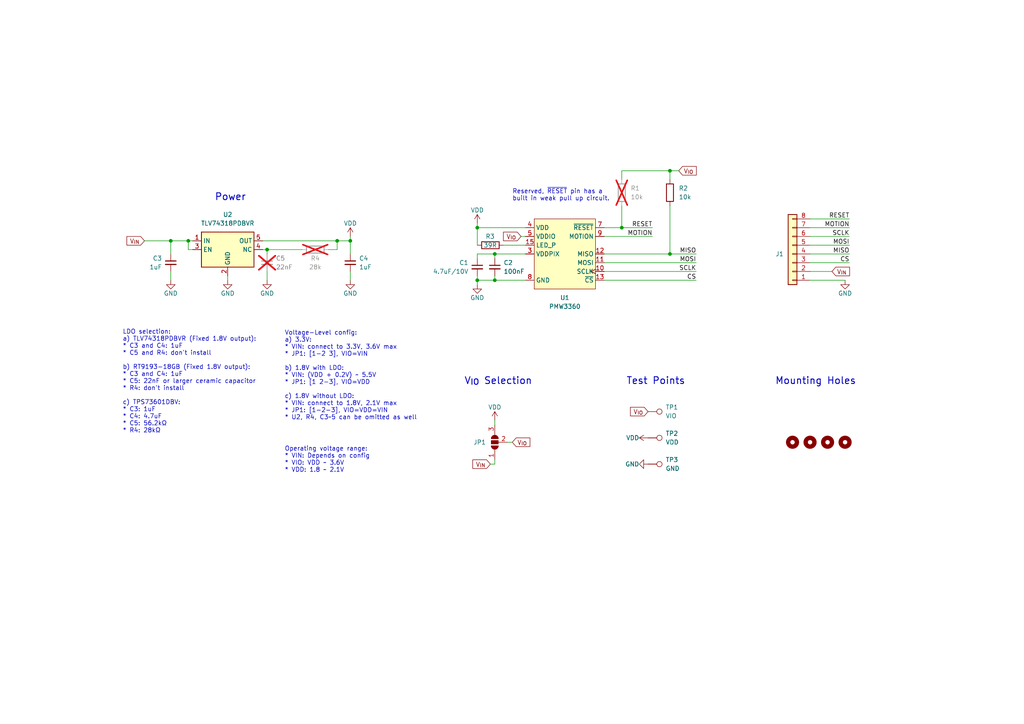
<source format=kicad_sch>
(kicad_sch (version 20230121) (generator eeschema)
  (paper "A4")
  (title_block (title "PMW3360 PCB") (date "2023-10-07") (rev "P.1") (company "SideraKB") (comment 1 "MIT License, Open Source Hardware") (comment 2 "PMW3360DM-T2QU optical mouse sensor breakout board") (comment 3 "2.54mm pin header edition"))
  (lib_symbols
    (symbol "Connector:TestPoint" (pin_numbers hide) (pin_names (offset 0.762) hide)
      (property "Reference" "TP" (at 0 6.858 0))
      (property "Value" "TestPoint" (at 0 5.08 0))
      (symbol "TestPoint_0_1"
        (circle (center 0 3.302) (radius 0.762))
      )
      (symbol "TestPoint_1_1"
        (pin passive line (at 0 0 90) (length 2.54) (name "1") (number "1"))
      )
    )
    (symbol "Connector_Generic:Conn_01x08" (pin_names (offset 1.016) hide)
      (property "Reference" "J" (at 0 10.16 0))
      (property "Value" "Conn_01x08" (at 0 -12.7 0))
      (symbol "Conn_01x08_1_1"
        (rectangle (start -1.27 -10.033) (end 0 -10.287) (stroke (width 0.1524)))
        (rectangle (start -1.27 -7.493) (end 0 -7.747) (stroke (width 0.1524)))
        (rectangle (start -1.27 -4.953) (end 0 -5.207) (stroke (width 0.1524)))
        (rectangle (start -1.27 -2.413) (end 0 -2.667) (stroke (width 0.1524)))
        (rectangle (start -1.27 0.127) (end 0 -0.127) (stroke (width 0.1524)))
        (rectangle (start -1.27 2.667) (end 0 2.413) (stroke (width 0.1524)))
        (rectangle (start -1.27 5.207) (end 0 4.953) (stroke (width 0.1524)))
        (rectangle (start -1.27 7.747) (end 0 7.493) (stroke (width 0.1524)))
        (rectangle (start -1.27 8.89) (end 1.27 -11.43) (stroke (width 0.254)) (fill (type background)))
        (pin passive line (at -5.08 7.62 0) (length 3.81) (name "Pin_1") (number "1"))
        (pin passive line (at -5.08 5.08 0) (length 3.81) (name "Pin_2") (number "2"))
        (pin passive line (at -5.08 2.54 0) (length 3.81) (name "Pin_3") (number "3"))
        (pin passive line (at -5.08 0 0) (length 3.81) (name "Pin_4") (number "4"))
        (pin passive line (at -5.08 -2.54 0) (length 3.81) (name "Pin_5") (number "5"))
        (pin passive line (at -5.08 -5.08 0) (length 3.81) (name "Pin_6") (number "6"))
        (pin passive line (at -5.08 -7.62 0) (length 3.81) (name "Pin_7") (number "7"))
        (pin passive line (at -5.08 -10.16 0) (length 3.81) (name "Pin_8") (number "8"))
      )
    )
    (symbol "Device:C_Small" (pin_numbers hide) (pin_names (offset 0.254) hide)
      (property "Reference" "C" (at 0.254 1.778 0))
      (property "Value" "C_Small" (at 0.254 -2.032 0))
      (symbol "C_Small_0_1"
        (polyline (pts (xy -1.524 -0.508) (xy 1.524 -0.508)) (stroke (width 0.3302)))
        (polyline (pts (xy -1.524 0.508) (xy 1.524 0.508)) (stroke (width 0.3048)))
      )
      (symbol "C_Small_1_1"
        (pin passive line (at 0 2.54 270) (length 2.032) (name "~") (number "1"))
        (pin passive line (at 0 -2.54 90) (length 2.032) (name "~") (number "2"))
      )
    )
    (symbol "Device:R" (pin_numbers hide) (pin_names (offset 0))
      (property "Reference" "R" (at 2.032 0 90))
      (property "Value" "R" (at 0 0 90))
      (symbol "R_0_1"
        (rectangle (start -1.016 -2.54) (end 1.016 2.54) (stroke (width 0.254)))
      )
      (symbol "R_1_1"
        (pin passive line (at 0 3.81 270) (length 1.27) (name "~") (number "1"))
        (pin passive line (at 0 -3.81 90) (length 1.27) (name "~") (number "2"))
      )
    )
    (symbol "GND_2" (power) (pin_names (offset 0))
      (property "Value" "GND_2" (at 0 -3.81 0))
      (symbol "GND_2_0_1"
        (polyline (pts (xy 0 0) (xy 0 -1.27) (xy 1.27 -1.27) (xy 0 -2.54) (xy -1.27 -1.27) (xy 0 -1.27)))
      )
      (symbol "GND_2_1_1"
        (pin power_in line (at 0 0 270) (length 0) hide (name "GND") (number "1"))
      )
    )
    (symbol "Jumper:SolderJumper_3_Open" (pin_names (offset 0) hide)
      (property "Reference" "JP" (at -2.54 -2.54 0))
      (property "Value" "SolderJumper_3_Open" (at 0 2.794 0))
      (symbol "SolderJumper_3_Open_0_1"
        (arc (start -1.016 1.016) (mid -2.0276 0) (end -1.016 -1.016))
        (arc (start -1.016 1.016) (mid -2.0276 0) (end -1.016 -1.016) (fill (type outline)))
        (rectangle (start -0.508 1.016) (end 0.508 -1.016) (fill (type outline)))
        (polyline (pts (xy -2.54 0) (xy -2.032 0)))
        (polyline (pts (xy -1.016 1.016) (xy -1.016 -1.016)))
        (polyline (pts (xy 0 -1.27) (xy 0 -1.016)))
        (polyline (pts (xy 1.016 1.016) (xy 1.016 -1.016)))
        (polyline (pts (xy 2.54 0) (xy 2.032 0)))
        (arc (start 1.016 -1.016) (mid 2.0276 0) (end 1.016 1.016))
        (arc (start 1.016 -1.016) (mid 2.0276 0) (end 1.016 1.016) (fill (type outline)))
      )
      (symbol "SolderJumper_3_Open_1_1"
        (pin passive line (at -5.08 0 0) (length 2.54) (name "A") (number "1"))
        (pin passive line (at 0 -3.81 90) (length 2.54) (name "C") (number "2"))
        (pin passive line (at 5.08 0 180) (length 2.54) (name "B") (number "3"))
      )
    )
    (symbol "Mechanical:MountingHole" (pin_names (offset 1.016))
      (property "Reference" "H" (at 0 5.08 0))
      (property "Value" "MountingHole" (at 0 3.175 0))
      (symbol "MountingHole_0_1"
        (circle (center 0 0) (radius 1.27) (stroke (width 1.27)))
      )
    )
    (symbol "PMW3360_PCB:PMW3360DM-T2QU"
      (property "Reference" "U?" (at -7.62 -13.97 0))
      (property "Value" "PMW3360DM-T2QU" (at 0 -11.43 0))
      (symbol "PMW3360DM-T2QU_0_1"
        (rectangle (start -8.89 10.16) (end 8.89 -10.16) (fill (type background)))
      )
      (symbol "PMW3360DM-T2QU_1_1"
        (pin no_connect line (at -2.54 13.97 180) (length 2.54) hide (name "NC") (number "1"))
        (pin input clock (at 11.43 -5.08 180) (length 2.54) (name "SCLK") (number "10"))
        (pin input line (at 11.43 -2.54 180) (length 2.54) (name "MOSI") (number "11"))
        (pin output line (at 11.43 0 180) (length 2.54) (name "MISO") (number "12"))
        (pin input line (at 11.43 -7.62 180) (length 2.54) (name "~{CS}") (number "13"))
        (pin no_connect inverted (at -2.54 19.05 180) (length 2.54) hide (name "NC") (number "14"))
        (pin power_in line (at -11.43 2.54 0) (length 2.54) (name "LED_P") (number "15"))
        (pin no_connect line (at -2.54 21.59 180) (length 2.54) hide (name "NC") (number "16"))
        (pin no_connect line (at -2.54 16.51 180) (length 2.54) hide (name "NC") (number "2"))
        (pin power_out line (at -11.43 0 0) (length 2.54) (name "VDDPIX") (number "3"))
        (pin power_in line (at -11.43 7.62 0) (length 2.54) (name "VDD") (number "4"))
        (pin power_in line (at -11.43 5.08 0) (length 2.54) (name "VDDIO") (number "5"))
        (pin no_connect line (at -2.54 11.43 180) (length 2.54) hide (name "NC") (number "6"))
        (pin input line (at 11.43 7.62 180) (length 2.54) (name "~{RESET}") (number "7"))
        (pin power_in line (at -11.43 -7.62 0) (length 2.54) (name "GND") (number "8"))
        (pin output line (at 11.43 5.08 180) (length 2.54) (name "MOTION") (number "9"))
      )
    )
    (symbol "PMW3360_PCB:TLV74318PDBVR"
      (property "Reference" "U" (at 0 8.89 0))
      (property "Value" "TLV74318PDBVR" (at 0 6.35 0))
      (symbol "TLV74318PDBVR_0_1"
        (rectangle (start -7.62 5.08) (end 7.62 -5.08) (stroke (width 0.254)) (fill (type background)))
      )
      (symbol "TLV74318PDBVR_1_1"
        (pin power_in line (at -10.16 2.54 0) (length 2.54) (name "IN") (number "1"))
        (pin power_in line (at 0 -7.62 90) (length 2.54) (name "GND") (number "2"))
        (pin input line (at -10.16 0 0) (length 2.54) (name "EN") (number "3"))
        (pin output line (at 10.16 0 180) (length 2.54) (name "NC") (number "4"))
        (pin power_out line (at 10.16 2.54 180) (length 2.54) (name "OUT") (number "5"))
      )
    )
    (symbol "VDD_1" (power) (pin_names (offset 0))
      (property "Value" "VDD_1" (at 0 3.81 0))
      (symbol "VDD_1_0_1"
        (polyline (pts (xy -0.762 1.27) (xy 0 2.54)))
        (polyline (pts (xy 0 0) (xy 0 2.54)))
        (polyline (pts (xy 0 2.54) (xy 0.762 1.27)))
      )
      (symbol "VDD_1_1_1"
        (pin power_in line (at 0 0 90) (length 0) hide (name "VDD") (number "1"))
      )
    )
    (symbol "power:GND" (power) (pin_names (offset 0))
      (property "Value" "GND" (at 0 -3.81 0))
      (symbol "GND_0_1"
        (polyline (pts (xy 0 0) (xy 0 -1.27) (xy 1.27 -1.27) (xy 0 -2.54) (xy -1.27 -1.27) (xy 0 -1.27)))
      )
      (symbol "GND_1_1"
        (pin power_in line (at 0 0 270) (length 0) hide (name "GND") (number "1"))
      )
    )
    (symbol "power:VDD" (power) (pin_names (offset 0))
      (property "Value" "VDD" (at 0 3.81 0))
      (symbol "VDD_0_1"
        (polyline (pts (xy -0.762 1.27) (xy 0 2.54)))
        (polyline (pts (xy 0 0) (xy 0 2.54)))
        (polyline (pts (xy 0 2.54) (xy 0.762 1.27)))
      )
      (symbol "VDD_1_1"
        (pin power_in line (at 0 0 90) (length 0) hide (name "VDD") (number "1"))
      )
    )
  )
  (junction (at 49.53 69.85))
  (junction (at 194.31 73.66))
  (junction (at 194.31 49.53))
  (junction (at 97.79 69.85))
  (junction (at 143.51 81.28))
  (junction (at 54.61 69.85))
  (junction (at 143.51 73.66))
  (junction (at 180.34 66.04))
  (junction (at 101.6 69.85))
  (junction (at 138.43 66.04))
  (junction (at 77.47 72.39))
  (junction (at 138.43 81.28))
  (wire (pts (xy 77.47 72.39) (xy 77.47 73.66)))
  (wire (pts (xy 180.34 52.07) (xy 180.34 49.53)))
  (wire (pts (xy 49.53 73.66) (xy 49.53 69.85)))
  (wire (pts (xy 194.31 49.53) (xy 194.31 52.07)))
  (wire (pts (xy 143.51 81.28) (xy 152.4 81.28)))
  (wire (pts (xy 143.51 74.93) (xy 143.51 73.66)))
  (wire (pts (xy 234.95 78.74) (xy 241.3 78.74)))
  (wire (pts (xy 55.88 72.39) (xy 54.61 72.39)))
  (wire (pts (xy 234.95 81.28) (xy 245.11 81.28)))
  (wire (pts (xy 246.38 68.58) (xy 234.95 68.58)))
  (wire (pts (xy 101.6 81.28) (xy 101.6 78.74)))
  (wire (pts (xy 246.38 76.2) (xy 234.95 76.2)))
  (wire (pts (xy 148.59 128.27) (xy 147.32 128.27)))
  (wire (pts (xy 180.34 59.69) (xy 180.34 66.04)))
  (wire (pts (xy 175.26 76.2) (xy 201.93 76.2)))
  (wire (pts (xy 77.47 78.74) (xy 77.47 81.28)))
  (wire (pts (xy 77.47 72.39) (xy 87.63 72.39)))
  (wire (pts (xy 138.43 73.66) (xy 138.43 74.93)))
  (wire (pts (xy 138.43 64.77) (xy 138.43 66.04)))
  (wire (pts (xy 194.31 59.69) (xy 194.31 73.66)))
  (wire (pts (xy 49.53 81.28) (xy 49.53 78.74)))
  (wire (pts (xy 97.79 69.85) (xy 97.79 72.39)))
  (wire (pts (xy 246.38 71.12) (xy 234.95 71.12)))
  (wire (pts (xy 101.6 68.58) (xy 101.6 69.85)))
  (wire (pts (xy 97.79 69.85) (xy 101.6 69.85)))
  (wire (pts (xy 143.51 80.01) (xy 143.51 81.28)))
  (wire (pts (xy 175.26 78.74) (xy 201.93 78.74)))
  (wire (pts (xy 54.61 69.85) (xy 55.88 69.85)))
  (wire (pts (xy 175.26 66.04) (xy 180.34 66.04)))
  (wire (pts (xy 175.26 73.66) (xy 194.31 73.66)))
  (wire (pts (xy 143.51 73.66) (xy 152.4 73.66)))
  (wire (pts (xy 194.31 73.66) (xy 201.93 73.66)))
  (wire (pts (xy 54.61 69.85) (xy 54.61 72.39)))
  (wire (pts (xy 49.53 69.85) (xy 54.61 69.85)))
  (wire (pts (xy 97.79 72.39) (xy 95.25 72.39)))
  (wire (pts (xy 143.51 121.92) (xy 143.51 123.19)))
  (wire (pts (xy 196.85 49.53) (xy 194.31 49.53)))
  (wire (pts (xy 138.43 66.04) (xy 152.4 66.04)))
  (wire (pts (xy 138.43 73.66) (xy 143.51 73.66)))
  (wire (pts (xy 66.04 81.28) (xy 66.04 80.01)))
  (wire (pts (xy 143.51 134.62) (xy 143.51 133.35)))
  (wire (pts (xy 180.34 66.04) (xy 189.23 66.04)))
  (wire (pts (xy 175.26 81.28) (xy 201.93 81.28)))
  (wire (pts (xy 138.43 81.28) (xy 138.43 82.55)))
  (wire (pts (xy 76.2 72.39) (xy 77.47 72.39)))
  (wire (pts (xy 180.34 49.53) (xy 194.31 49.53)))
  (wire (pts (xy 246.38 63.5) (xy 234.95 63.5)))
  (wire (pts (xy 101.6 73.66) (xy 101.6 69.85)))
  (wire (pts (xy 246.38 73.66) (xy 234.95 73.66)))
  (wire (pts (xy 138.43 66.04) (xy 138.43 71.12)))
  (wire (pts (xy 138.43 81.28) (xy 143.51 81.28)))
  (wire (pts (xy 146.05 71.12) (xy 152.4 71.12)))
  (wire (pts (xy 76.2 69.85) (xy 97.79 69.85)))
  (wire (pts (xy 142.24 134.62) (xy 143.51 134.62)))
  (wire (pts (xy 175.26 68.58) (xy 189.23 68.58)))
  (wire (pts (xy 246.38 66.04) (xy 234.95 66.04)))
  (wire (pts (xy 138.43 81.28) (xy 138.43 80.01)))
  (wire (pts (xy 151.13 68.58) (xy 152.4 68.58)))
  (wire (pts (xy 41.91 69.85) (xy 49.53 69.85)))
  (text "Voltage-Level config:\na) 3.3V:\n* VIN: connect to 3.3V, 3.6V max\n* JP1: [1-2 3], VIO=VIN\n\nb) 1.8V with LDO:\n* VIN: (VDD + 0.2V) ~ 5.5V\n* JP1: [1 2-3], VIO=VDD\n\nc) 1.8V without LDO:\n* VIN: connect to 1.8V, 2.1V max\n* JP1: [1-2-3], VIO=VDD=VIN\n* U2, R4, C3~5 can be omitted as well\n" (at 82.55 121.92 0) (effects (font (size 1.27 1.27)) (justify left bottom)))
  (text "Operating voltage range:\n* VIN: Depends on config\n* VIO: VDD ~ 3.6V\n* VDD: 1.8 ~ 2.1V" (at 82.55 137.16 0) (effects (font (size 1.27 1.27)) (justify left bottom)))
  (text "V_{IO} Selection" (at 134.62 111.76 0) (effects (font (size 2 2) (thickness 0.254) bold) (justify left bottom)))
  (text "LDO selection:\na) TLV74318PDBVR (Fixed 1.8V output):\n* C3 and C4: 1uF\n* C5 and R4: don't install\n\nb) RT9193-18GB (Fixed 1.8V output):\n* C3 and C4: 1uF\n* C5: 22nF or larger ceramic capacitor\n* R4: don't install\n\nc) TPS73601DBV:\n* C3: 1uF\n* C4: 4.7uF\n* C5: 56.2kΩ\n* R4: 28kΩ" (at 35.56 125.73 0) (effects (font (size 1.27 1.27)) (justify left bottom)))
  (text "Reserved, ~{RESET} pin has a \nbuilt in weak pull up circuit." (at 148.59 58.42 0) (effects (font (size 1.27 1.27)) (justify left bottom)))
  (text "Test Points" (at 181.61 111.76 0) (effects (font (size 2 2) (thickness 0.254) bold) (justify left bottom)))
  (text "Mounting Holes" (at 224.79 111.76 0) (effects (font (size 2 2) (thickness 0.254) bold) (justify left bottom)))
  (text "Power" (at 62.23 58.42 0) (effects (font (size 2 2) (thickness 0.254) bold) (justify left bottom)))
  (label "SCLK" (at 201.93 78.74 180))
  (label "RESET" (at 189.23 66.04 180))
  (label "MOSI" (at 201.93 76.2 180))
  (label "MOTION" (at 189.23 68.58 180))
  (label "MISO" (at 246.38 73.66 180))
  (label "MOSI" (at 246.38 71.12 180))
  (label "MISO" (at 201.93 73.66 180))
  (label "MOTION" (at 246.38 66.04 180))
  (label "SCLK" (at 246.38 68.58 180))
  (label "RESET" (at 246.38 63.5 180))
  (label "CS" (at 201.93 81.28 180))
  (label "CS" (at 246.38 76.2 180))
  (global_label "V_{IO}" (shape input) (at 148.59 128.27 0) (property "Intersheetrefs" "${INTERSHEET_REFS}" (effects hide)))
  (global_label "V_{IN}" (shape input) (at 142.24 134.62 180) (property "Intersheetrefs" "${INTERSHEET_REFS}" (effects hide)))
  (global_label "V_{IO}" (shape input) (at 187.96 119.38 180) (property "Intersheetrefs" "${INTERSHEET_REFS}" (effects hide)))
  (global_label "V_{IN}" (shape input) (at 41.91 69.85 180) (property "Intersheetrefs" "${INTERSHEET_REFS}" (effects hide)))
  (global_label "V_{IO}" (shape input) (at 151.13 68.58 180) (property "Intersheetrefs" "${INTERSHEET_REFS}" (effects hide)))
  (global_label "V_{IO}" (shape input) (at 196.85 49.53 0) (property "Intersheetrefs" "${INTERSHEET_REFS}" (effects hide)))
  (global_label "V_{IN}" (shape input) (at 241.3 78.74 0) (property "Intersheetrefs" "${INTERSHEET_REFS}" (effects hide)))
  (symbol (lib_id "power:GND") (at 66.04 81.28 0) (unit 1)
    (property "Reference" "#PWR013" (effects hide))
    (property "Value" "GND" (at 66.04 85.09 0))
  )
  (symbol (lib_id "Connector_Generic:Conn_01x08") (at 229.87 73.66 180) (unit 1)
    (property "Reference" "J1" (at 227.33 73.66 0) (effects (justify left)))
    (property "Value" "Conn_01x08" (effects hide))
    (property "Footprint" "Connector_PinHeader_2.54mm:PinHeader_1x08_P2.54mm_Vertical" (effects hide))
  )
  (symbol (lib_id "PMW3360_PCB:PMW3360DM-T2QU") (at 163.83 73.66 0) (unit 1)
    (property "Reference" "U1" (at 163.83 86.36 0))
    (property "Value" "PMW3360" (at 163.83 88.9 0))
    (property "Footprint" "PMW3360_PCB:16pin‐DIP(PMW3360DM-T2QU)" (effects hide))
    (property "Datasheet" "https://www.pixart.com/products-detail/tw/10/PMW3360DM-T2QU" (effects hide))
    (property "Mfr. #" "PMW3360DM-T2QU + LM19-LSI" (effects hide))
  )
  (symbol (lib_id "PMW3360_PCB:TLV74318PDBVR") (at 66.04 72.39 0) (unit 1)
    (property "Reference" "U2" (at 66.04 62.23 0))
    (property "Value" "TLV74318PDBVR" (at 66.04 64.77 0))
    (property "Footprint" "Package_TO_SOT_SMD:SOT-23-5" (effects hide))
    (property "LCSC" "C485152" (effects hide))
    (property "Mfr. #" "TLV74318PDBVR" (effects hide))
  )
  (symbol (lib_name "GND_2") (lib_id "power:GND") (at 187.96 134.62 270) (unit 1)
    (property "Reference" "#PWR01" (effects hide))
    (property "Value" "GND" (at 185.42 134.62 90) (effects (justify right)))
  )
  (symbol (lib_id "Device:C_Small") (at 101.6 76.2 0) (mirror y) (unit 1)
    (property "Reference" "C4" (at 104.14 74.93 0) (effects (justify right)))
    (property "Value" "1uF" (at 104.14 77.47 0) (effects (justify right)))
    (property "Footprint" "Capacitor_SMD:C_0603_1608Metric_Pad1.08x0.95mm_HandSolder" (effects hide))
    (property "LCSC" "C15849" (effects hide))
    (property "Mfr. #" "CL10A105KB8NNNC" (effects hide))
  )
  (symbol (lib_id "Connector:TestPoint") (at 187.96 127 270) (unit 1) (in_bom no)
    (property "Reference" "TP2" (at 193.04 125.73 90) (effects (justify left)))
    (property "Value" "VDD" (at 193.04 128.27 90) (effects (justify left)))
    (property "Footprint" "TestPoint:TestPoint_Pad_D1.5mm" (effects hide))
  )
  (symbol (lib_id "Mechanical:MountingHole") (at 234.95 128.27 0) (unit 1) (in_bom no)
    (property "Reference" "H2" (effects hide))
    (property "Value" "MountingHole_Pad" (effects hide))
    (property "Footprint" "MountingHole:MountingHole_3.2mm_M3_ISO14580" (effects hide))
  )
  (symbol (lib_id "Device:C_Small") (at 77.47 76.2 0) (mirror y) (unit 1) (dnp yes)
    (property "Reference" "C5" (at 80.01 74.93 0) (effects (justify right)))
    (property "Value" "22nF" (at 80.01 77.47 0) (effects (justify right)))
    (property "Footprint" "Capacitor_SMD:C_0603_1608Metric_Pad1.08x0.95mm_HandSolder" (effects hide))
    (property "LCSC" "C21122" (effects hide))
    (property "Mfr. #" "CL10B223KB8NNNC" (effects hide))
  )
  (symbol (lib_name "VDD_1") (lib_id "power:VDD") (at 187.96 127 90) (unit 1)
    (property "Reference" "#PWR02" (effects hide))
    (property "Value" "VDD" (at 185.42 127 90) (effects (justify left)))
  )
  (symbol (lib_id "power:GND") (at 245.11 81.28 0) (mirror y) (unit 1)
    (property "Reference" "#PWR04" (effects hide))
    (property "Value" "GND" (at 245.11 85.09 0))
  )
  (symbol (lib_id "Mechanical:MountingHole") (at 240.03 128.27 0) (unit 1) (in_bom no)
    (property "Reference" "H3" (effects hide))
    (property "Value" "MountingHole_Pad" (effects hide))
    (property "Footprint" "MountingHole:MountingHole_3.2mm_M3_ISO14580" (effects hide))
  )
  (symbol (lib_id "Device:C_Small") (at 49.53 76.2 0) (unit 1)
    (property "Reference" "C3" (at 46.99 74.93 0) (effects (justify right)))
    (property "Value" "1uF" (at 46.99 77.47 0) (effects (justify right)))
    (property "Footprint" "Capacitor_SMD:C_0603_1608Metric_Pad1.08x0.95mm_HandSolder" (effects hide))
    (property "LCSC" "C15849" (effects hide))
    (property "Mfr. #" "CL10A105KB8NNNC" (effects hide))
  )
  (symbol (lib_id "Connector:TestPoint") (at 187.96 119.38 270) (unit 1) (in_bom no)
    (property "Reference" "TP1" (at 193.04 118.11 90) (effects (justify left)))
    (property "Value" "VIO" (at 193.04 120.65 90) (effects (justify left)))
    (property "Footprint" "TestPoint:TestPoint_Pad_D1.5mm" (effects hide))
  )
  (symbol (lib_id "Mechanical:MountingHole") (at 229.87 128.27 0) (unit 1) (in_bom no)
    (property "Reference" "H1" (effects hide))
    (property "Value" "MountingHole_Pad" (effects hide))
    (property "Footprint" "MountingHole:MountingHole_3.2mm_M3_ISO14580" (effects hide))
  )
  (symbol (lib_id "power:VDD") (at 101.6 68.58 0) (unit 1)
    (property "Reference" "#PWR011" (effects hide))
    (property "Value" "VDD" (at 101.6 64.77 0))
  )
  (symbol (lib_id "Device:C_Small") (at 143.51 77.47 0) (unit 1)
    (property "Reference" "C2" (at 146.05 76.2 0) (effects (justify left)))
    (property "Value" "100nF" (at 146.05 78.74 0) (effects (justify left)))
    (property "Footprint" "Capacitor_SMD:C_0603_1608Metric_Pad1.08x0.95mm_HandSolder" (effects hide))
    (property "LCSC" "C14663" (effects hide))
    (property "Mfr. #" "CC0603KRX7R9BB104" (effects hide))
  )
  (symbol (lib_id "Device:R") (at 194.31 55.88 0) (unit 1)
    (property "Reference" "R2" (at 196.85 54.61 0) (effects (justify left)))
    (property "Value" "10k" (at 196.85 57.15 0) (effects (justify left)))
    (property "Footprint" "Resistor_SMD:R_0603_1608Metric_Pad0.98x0.95mm_HandSolder" (effects hide))
    (property "LCSC" "C25804" (effects hide))
    (property "Mfr. #" "0603WAF1002T5E" (effects hide))
  )
  (symbol (lib_id "power:VDD") (at 138.43 64.77 0) (unit 1)
    (property "Reference" "#PWR03" (effects hide))
    (property "Value" "VDD" (at 138.43 60.96 0))
  )
  (symbol (lib_id "Device:R") (at 91.44 72.39 270) (unit 1) (dnp yes)
    (property "Reference" "R4" (at 91.44 74.93 90))
    (property "Value" "28k" (at 91.44 77.47 90))
    (property "Footprint" "Resistor_SMD:R_0603_1608Metric_Pad0.98x0.95mm_HandSolder" (effects hide))
  )
  (symbol (lib_id "power:GND") (at 49.53 81.28 0) (unit 1)
    (property "Reference" "#PWR012" (effects hide))
    (property "Value" "GND" (at 49.53 85.09 0))
  )
  (symbol (lib_id "power:GND") (at 138.43 82.55 0) (unit 1)
    (property "Reference" "#PWR05" (effects hide))
    (property "Value" "GND" (at 138.43 86.36 0))
  )
  (symbol (lib_id "Jumper:SolderJumper_3_Open") (at 143.51 128.27 90) (unit 1) (in_bom no)
    (property "Reference" "JP1" (at 140.97 128.27 90) (effects (justify left)))
    (property "Value" "SolderJumper_3_Open" (effects hide))
    (property "Footprint" "Jumper:SolderJumper-3_P1.3mm_Open_RoundedPad1.0x1.5mm_NumberLabels" (effects hide))
  )
  (symbol (lib_id "power:GND") (at 77.47 81.28 0) (unit 1)
    (property "Reference" "#PWR014" (effects hide))
    (property "Value" "GND" (at 77.47 85.09 0))
  )
  (symbol (lib_id "Device:R") (at 142.24 71.12 90) (unit 1)
    (property "Reference" "R3" (at 143.51 68.58 90) (effects (justify left)))
    (property "Value" "39R" (at 144.145 71.12 90) (effects (justify left)))
    (property "Footprint" "Resistor_SMD:R_0603_1608Metric_Pad0.98x0.95mm_HandSolder" (effects hide))
    (property "LCSC" "C23154" (effects hide))
    (property "Mfr. #" "0603WAF390JT5E" (effects hide))
  )
  (symbol (lib_id "Device:C_Small") (at 138.43 77.47 0) (unit 1)
    (property "Reference" "C1" (at 135.89 76.2 0) (effects (justify right)))
    (property "Value" "4.7uF/10V" (at 135.89 78.74 0) (effects (justify right)))
    (property "Footprint" "Capacitor_SMD:C_0603_1608Metric_Pad1.08x0.95mm_HandSolder" (effects hide))
    (property "LCSC" "C19666" (effects hide))
    (property "Mfr. #" "CL10A475KO8NNNC" (effects hide))
  )
  (symbol (lib_id "power:GND") (at 101.6 81.28 0) (unit 1)
    (property "Reference" "#PWR015" (effects hide))
    (property "Value" "GND" (at 101.6 85.09 0))
  )
  (symbol (lib_id "Device:R") (at 180.34 55.88 0) (unit 1) (dnp yes)
    (property "Reference" "R1" (at 182.88 54.61 0) (effects (justify left)))
    (property "Value" "10k" (at 182.88 57.15 0) (effects (justify left)))
    (property "Footprint" "Resistor_SMD:R_0603_1608Metric_Pad0.98x0.95mm_HandSolder" (effects hide))
    (property "LCSC" "C25804" (effects hide))
    (property "Mfr. #" "0603WAF1002T5E" (effects hide))
  )
  (symbol (lib_id "Mechanical:MountingHole") (at 245.11 128.27 0) (unit 1) (in_bom no)
    (property "Reference" "H4" (effects hide))
    (property "Value" "MountingHole_Pad" (effects hide))
    (property "Footprint" "MountingHole:MountingHole_3.2mm_M3_ISO14580" (effects hide))
  )
  (symbol (lib_id "Connector:TestPoint") (at 187.96 134.62 270) (unit 1) (in_bom no)
    (property "Reference" "TP3" (at 193.04 133.35 90) (effects (justify left)))
    (property "Value" "GND" (at 193.04 135.89 90) (effects (justify left)))
    (property "Footprint" "TestPoint:TestPoint_Pad_D1.5mm" (effects hide))
  )
  (symbol (lib_id "power:VDD") (at 143.51 121.92 0) (unit 1)
    (property "Reference" "#PWR010" (effects hide))
    (property "Value" "VDD" (at 143.51 118.11 0))
  )
)
</source>
